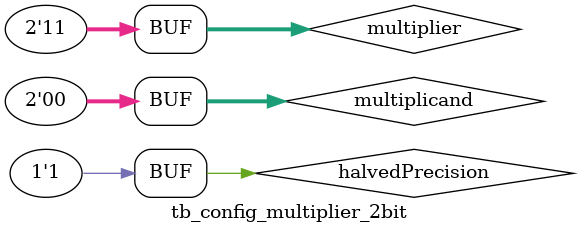
<source format=sv>
module tb_config_multiplier_2bit;

    logic [1:0] multiplier;
    logic [1:0] multiplicand;
    logic halvedPrecision;
    logic [3:0] product;

    config_multiplier_2bit multiplier_2bit (
        .multiplier(multiplier),
        .multiplicand(multiplicand),
        .halvedPrecision(halvedPrecision),
        .product(product)
    );

    initial begin
        $monitor("multiplier=%d, multiplicand=%d, halvedPrecision=%d, product=%d, halfmultiplier1=%d, halfmultiplicand1=%d, halfproduct1=%d, halfmultiplier2=%d, halfmultiplicand2=%d, halfproduct2=%d", multiplier, multiplicand, halvedPrecision, product, multiplier[1], multiplicand[1], product[3:2], multiplier[0], multiplicand[0], product[1:0]);
        multiplier = 2'b00;
        multiplicand = 2'b00;
        halvedPrecision = 1'b0;
        #10;
        multiplier = 2'b00;
        multiplicand = 2'b01;
        halvedPrecision = 1'b0;
        #10;
        multiplier = 2'b00;
        multiplicand = 2'b10;
        halvedPrecision = 1'b0;
        #10;
        multiplier = 2'b00;
        multiplicand = 2'b11;
        halvedPrecision = 1'b0;
        #10;
        multiplier = 2'b01;
        multiplicand = 2'b00;
        halvedPrecision = 1'b0;
        #10;
        multiplier = 2'b01;
        multiplicand = 2'b01;
        halvedPrecision = 1'b0;
        #10;
        multiplier = 2'b01;
        multiplicand = 2'b10;
        halvedPrecision = 1'b0;
        #10;
        multiplier = 2'b01;
        multiplicand = 2'b11;
        halvedPrecision = 1'b0;
        #10;
        multiplier = 2'b10;
        multiplicand = 2'b00;
        halvedPrecision = 1'b0;
        #10;
        multiplier = 2'b10;
        multiplicand = 2'b01;
        halvedPrecision = 1'b0;
        #10;
        multiplier = 2'b10;
        multiplicand = 2'b10;
        halvedPrecision = 1'b0;
        #10;
        multiplier = 2'b10;
        multiplicand = 2'b11;
        halvedPrecision = 1'b0;
        #10;
        multiplier = 2'b11;
        multiplicand = 2'b00;
        halvedPrecision = 1'b0;
        #10;
        
        multiplier = 2'b00;
        multiplicand = 2'b00;
        halvedPrecision = 1'b1;
        #10;
        multiplier = 2'b00;
        multiplicand = 2'b01;
        halvedPrecision = 1'b1;
        #10;
        multiplier = 2'b00;
        multiplicand = 2'b10;
        halvedPrecision = 1'b1;
        #10;
        multiplier = 2'b00;
        multiplicand = 2'b11;
        halvedPrecision = 1'b1;
        #10;
        multiplier = 2'b01;
        multiplicand = 2'b00;
        halvedPrecision = 1'b1;
        #10;
        multiplier = 2'b01;
        multiplicand = 2'b01;
        halvedPrecision = 1'b1;
        #10;
        multiplier = 2'b01;
        multiplicand = 2'b10;
        halvedPrecision = 1'b1;
        #10;
        multiplier = 2'b01;
        multiplicand = 2'b11;
        halvedPrecision = 1'b1;
        #10;
        multiplier = 2'b10;
        multiplicand = 2'b00;
        halvedPrecision = 1'b1;
        #10;
        multiplier = 2'b10;
        multiplicand = 2'b01;
        halvedPrecision = 1'b1;
        #10;
        multiplier = 2'b10;
        multiplicand = 2'b10;
        halvedPrecision = 1'b1;
        #10;
        multiplier = 2'b10;
        multiplicand = 2'b11;
        halvedPrecision = 1'b1;
        #10;
        multiplier = 2'b11;
        multiplicand = 2'b00;
        halvedPrecision = 1'b1;
    end
endmodule
</source>
